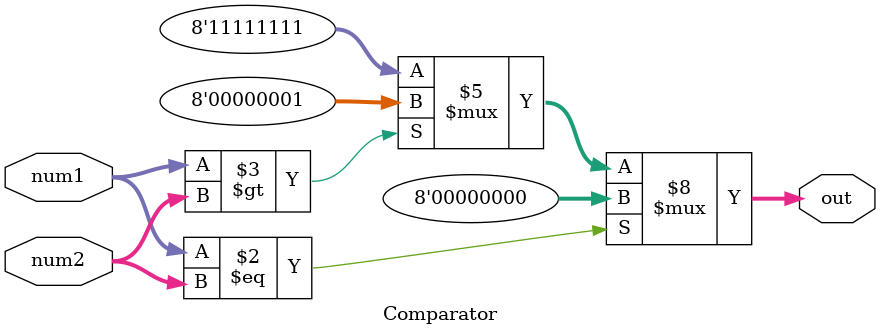
<source format=v>
`timescale 1ns / 1ps
module Comparator(
    input [7:0] num1,
    input [7:0] num2,
    output reg [7:0] out
    );

    reg[7:0] tempOut;
	   
    always @(num1 or num2) begin
	   if (num1 == num2) out <= 0;
	   else if (num1 > num2) out <= 1;
		else out <= 255;
	 end

endmodule

</source>
